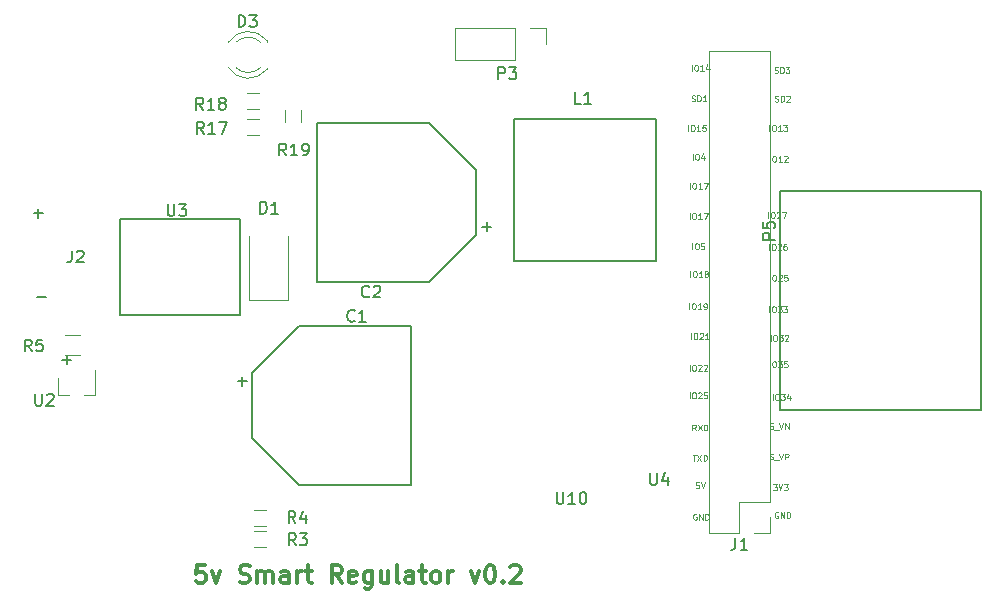
<source format=gbr>
G04 #@! TF.FileFunction,Legend,Top*
%FSLAX46Y46*%
G04 Gerber Fmt 4.6, Leading zero omitted, Abs format (unit mm)*
G04 Created by KiCad (PCBNEW 4.0.7-e2-6376~58~ubuntu17.04.1) date Tue Sep  5 17:29:24 2017*
%MOMM*%
%LPD*%
G01*
G04 APERTURE LIST*
%ADD10C,0.100000*%
%ADD11C,0.300000*%
%ADD12C,0.125000*%
%ADD13C,0.150000*%
%ADD14C,0.120000*%
G04 APERTURE END LIST*
D10*
D11*
X109123356Y-124359931D02*
X108409070Y-124359931D01*
X108337641Y-125074217D01*
X108409070Y-125002789D01*
X108551927Y-124931360D01*
X108909070Y-124931360D01*
X109051927Y-125002789D01*
X109123356Y-125074217D01*
X109194784Y-125217074D01*
X109194784Y-125574217D01*
X109123356Y-125717074D01*
X109051927Y-125788503D01*
X108909070Y-125859931D01*
X108551927Y-125859931D01*
X108409070Y-125788503D01*
X108337641Y-125717074D01*
X109694784Y-124859931D02*
X110051927Y-125859931D01*
X110409069Y-124859931D01*
X112051926Y-125788503D02*
X112266212Y-125859931D01*
X112623355Y-125859931D01*
X112766212Y-125788503D01*
X112837641Y-125717074D01*
X112909069Y-125574217D01*
X112909069Y-125431360D01*
X112837641Y-125288503D01*
X112766212Y-125217074D01*
X112623355Y-125145646D01*
X112337641Y-125074217D01*
X112194783Y-125002789D01*
X112123355Y-124931360D01*
X112051926Y-124788503D01*
X112051926Y-124645646D01*
X112123355Y-124502789D01*
X112194783Y-124431360D01*
X112337641Y-124359931D01*
X112694783Y-124359931D01*
X112909069Y-124431360D01*
X113551926Y-125859931D02*
X113551926Y-124859931D01*
X113551926Y-125002789D02*
X113623354Y-124931360D01*
X113766212Y-124859931D01*
X113980497Y-124859931D01*
X114123354Y-124931360D01*
X114194783Y-125074217D01*
X114194783Y-125859931D01*
X114194783Y-125074217D02*
X114266212Y-124931360D01*
X114409069Y-124859931D01*
X114623354Y-124859931D01*
X114766212Y-124931360D01*
X114837640Y-125074217D01*
X114837640Y-125859931D01*
X116194783Y-125859931D02*
X116194783Y-125074217D01*
X116123354Y-124931360D01*
X115980497Y-124859931D01*
X115694783Y-124859931D01*
X115551926Y-124931360D01*
X116194783Y-125788503D02*
X116051926Y-125859931D01*
X115694783Y-125859931D01*
X115551926Y-125788503D01*
X115480497Y-125645646D01*
X115480497Y-125502789D01*
X115551926Y-125359931D01*
X115694783Y-125288503D01*
X116051926Y-125288503D01*
X116194783Y-125217074D01*
X116909069Y-125859931D02*
X116909069Y-124859931D01*
X116909069Y-125145646D02*
X116980497Y-125002789D01*
X117051926Y-124931360D01*
X117194783Y-124859931D01*
X117337640Y-124859931D01*
X117623354Y-124859931D02*
X118194783Y-124859931D01*
X117837640Y-124359931D02*
X117837640Y-125645646D01*
X117909068Y-125788503D01*
X118051926Y-125859931D01*
X118194783Y-125859931D01*
X120694783Y-125859931D02*
X120194783Y-125145646D01*
X119837640Y-125859931D02*
X119837640Y-124359931D01*
X120409068Y-124359931D01*
X120551926Y-124431360D01*
X120623354Y-124502789D01*
X120694783Y-124645646D01*
X120694783Y-124859931D01*
X120623354Y-125002789D01*
X120551926Y-125074217D01*
X120409068Y-125145646D01*
X119837640Y-125145646D01*
X121909068Y-125788503D02*
X121766211Y-125859931D01*
X121480497Y-125859931D01*
X121337640Y-125788503D01*
X121266211Y-125645646D01*
X121266211Y-125074217D01*
X121337640Y-124931360D01*
X121480497Y-124859931D01*
X121766211Y-124859931D01*
X121909068Y-124931360D01*
X121980497Y-125074217D01*
X121980497Y-125217074D01*
X121266211Y-125359931D01*
X123266211Y-124859931D02*
X123266211Y-126074217D01*
X123194782Y-126217074D01*
X123123354Y-126288503D01*
X122980497Y-126359931D01*
X122766211Y-126359931D01*
X122623354Y-126288503D01*
X123266211Y-125788503D02*
X123123354Y-125859931D01*
X122837640Y-125859931D01*
X122694782Y-125788503D01*
X122623354Y-125717074D01*
X122551925Y-125574217D01*
X122551925Y-125145646D01*
X122623354Y-125002789D01*
X122694782Y-124931360D01*
X122837640Y-124859931D01*
X123123354Y-124859931D01*
X123266211Y-124931360D01*
X124623354Y-124859931D02*
X124623354Y-125859931D01*
X123980497Y-124859931D02*
X123980497Y-125645646D01*
X124051925Y-125788503D01*
X124194783Y-125859931D01*
X124409068Y-125859931D01*
X124551925Y-125788503D01*
X124623354Y-125717074D01*
X125551926Y-125859931D02*
X125409068Y-125788503D01*
X125337640Y-125645646D01*
X125337640Y-124359931D01*
X126766211Y-125859931D02*
X126766211Y-125074217D01*
X126694782Y-124931360D01*
X126551925Y-124859931D01*
X126266211Y-124859931D01*
X126123354Y-124931360D01*
X126766211Y-125788503D02*
X126623354Y-125859931D01*
X126266211Y-125859931D01*
X126123354Y-125788503D01*
X126051925Y-125645646D01*
X126051925Y-125502789D01*
X126123354Y-125359931D01*
X126266211Y-125288503D01*
X126623354Y-125288503D01*
X126766211Y-125217074D01*
X127266211Y-124859931D02*
X127837640Y-124859931D01*
X127480497Y-124359931D02*
X127480497Y-125645646D01*
X127551925Y-125788503D01*
X127694783Y-125859931D01*
X127837640Y-125859931D01*
X128551926Y-125859931D02*
X128409068Y-125788503D01*
X128337640Y-125717074D01*
X128266211Y-125574217D01*
X128266211Y-125145646D01*
X128337640Y-125002789D01*
X128409068Y-124931360D01*
X128551926Y-124859931D01*
X128766211Y-124859931D01*
X128909068Y-124931360D01*
X128980497Y-125002789D01*
X129051926Y-125145646D01*
X129051926Y-125574217D01*
X128980497Y-125717074D01*
X128909068Y-125788503D01*
X128766211Y-125859931D01*
X128551926Y-125859931D01*
X129694783Y-125859931D02*
X129694783Y-124859931D01*
X129694783Y-125145646D02*
X129766211Y-125002789D01*
X129837640Y-124931360D01*
X129980497Y-124859931D01*
X130123354Y-124859931D01*
X131623354Y-124859931D02*
X131980497Y-125859931D01*
X132337639Y-124859931D01*
X133194782Y-124359931D02*
X133337639Y-124359931D01*
X133480496Y-124431360D01*
X133551925Y-124502789D01*
X133623354Y-124645646D01*
X133694782Y-124931360D01*
X133694782Y-125288503D01*
X133623354Y-125574217D01*
X133551925Y-125717074D01*
X133480496Y-125788503D01*
X133337639Y-125859931D01*
X133194782Y-125859931D01*
X133051925Y-125788503D01*
X132980496Y-125717074D01*
X132909068Y-125574217D01*
X132837639Y-125288503D01*
X132837639Y-124931360D01*
X132909068Y-124645646D01*
X132980496Y-124502789D01*
X133051925Y-124431360D01*
X133194782Y-124359931D01*
X134337639Y-125717074D02*
X134409067Y-125788503D01*
X134337639Y-125859931D01*
X134266210Y-125788503D01*
X134337639Y-125717074D01*
X134337639Y-125859931D01*
X134980496Y-124502789D02*
X135051925Y-124431360D01*
X135194782Y-124359931D01*
X135551925Y-124359931D01*
X135694782Y-124431360D01*
X135766211Y-124502789D01*
X135837639Y-124645646D01*
X135837639Y-124788503D01*
X135766211Y-125002789D01*
X134909068Y-125859931D01*
X135837639Y-125859931D01*
D12*
X156929557Y-112800581D02*
X157000986Y-112824390D01*
X157120033Y-112824390D01*
X157167652Y-112800581D01*
X157191462Y-112776771D01*
X157215271Y-112729152D01*
X157215271Y-112681533D01*
X157191462Y-112633914D01*
X157167652Y-112610105D01*
X157120033Y-112586295D01*
X157024795Y-112562486D01*
X156977176Y-112538676D01*
X156953367Y-112514867D01*
X156929557Y-112467248D01*
X156929557Y-112419629D01*
X156953367Y-112372010D01*
X156977176Y-112348200D01*
X157024795Y-112324390D01*
X157143843Y-112324390D01*
X157215271Y-112348200D01*
X157310509Y-112872010D02*
X157691461Y-112872010D01*
X157739080Y-112324390D02*
X157905747Y-112824390D01*
X158072413Y-112324390D01*
X158239080Y-112824390D02*
X158239080Y-112324390D01*
X158524794Y-112824390D01*
X158524794Y-112324390D01*
X157336728Y-82660941D02*
X157408157Y-82684750D01*
X157527204Y-82684750D01*
X157574823Y-82660941D01*
X157598633Y-82637131D01*
X157622442Y-82589512D01*
X157622442Y-82541893D01*
X157598633Y-82494274D01*
X157574823Y-82470465D01*
X157527204Y-82446655D01*
X157431966Y-82422846D01*
X157384347Y-82399036D01*
X157360538Y-82375227D01*
X157336728Y-82327608D01*
X157336728Y-82279989D01*
X157360538Y-82232370D01*
X157384347Y-82208560D01*
X157431966Y-82184750D01*
X157551014Y-82184750D01*
X157622442Y-82208560D01*
X157836728Y-82684750D02*
X157836728Y-82184750D01*
X157955775Y-82184750D01*
X158027204Y-82208560D01*
X158074823Y-82256179D01*
X158098632Y-82303798D01*
X158122442Y-82399036D01*
X158122442Y-82470465D01*
X158098632Y-82565703D01*
X158074823Y-82613322D01*
X158027204Y-82660941D01*
X157955775Y-82684750D01*
X157836728Y-82684750D01*
X158289109Y-82184750D02*
X158598632Y-82184750D01*
X158431966Y-82375227D01*
X158503394Y-82375227D01*
X158551013Y-82399036D01*
X158574823Y-82422846D01*
X158598632Y-82470465D01*
X158598632Y-82589512D01*
X158574823Y-82637131D01*
X158551013Y-82660941D01*
X158503394Y-82684750D01*
X158360537Y-82684750D01*
X158312918Y-82660941D01*
X158289109Y-82637131D01*
X157372288Y-85079021D02*
X157443717Y-85102830D01*
X157562764Y-85102830D01*
X157610383Y-85079021D01*
X157634193Y-85055211D01*
X157658002Y-85007592D01*
X157658002Y-84959973D01*
X157634193Y-84912354D01*
X157610383Y-84888545D01*
X157562764Y-84864735D01*
X157467526Y-84840926D01*
X157419907Y-84817116D01*
X157396098Y-84793307D01*
X157372288Y-84745688D01*
X157372288Y-84698069D01*
X157396098Y-84650450D01*
X157419907Y-84626640D01*
X157467526Y-84602830D01*
X157586574Y-84602830D01*
X157658002Y-84626640D01*
X157872288Y-85102830D02*
X157872288Y-84602830D01*
X157991335Y-84602830D01*
X158062764Y-84626640D01*
X158110383Y-84674259D01*
X158134192Y-84721878D01*
X158158002Y-84817116D01*
X158158002Y-84888545D01*
X158134192Y-84983783D01*
X158110383Y-85031402D01*
X158062764Y-85079021D01*
X157991335Y-85102830D01*
X157872288Y-85102830D01*
X158348478Y-84650450D02*
X158372288Y-84626640D01*
X158419907Y-84602830D01*
X158538954Y-84602830D01*
X158586573Y-84626640D01*
X158610383Y-84650450D01*
X158634192Y-84698069D01*
X158634192Y-84745688D01*
X158610383Y-84817116D01*
X158324669Y-85102830D01*
X158634192Y-85102830D01*
X156904466Y-87586950D02*
X156904466Y-87086950D01*
X157237799Y-87086950D02*
X157333037Y-87086950D01*
X157380656Y-87110760D01*
X157428275Y-87158379D01*
X157452084Y-87253617D01*
X157452084Y-87420284D01*
X157428275Y-87515522D01*
X157380656Y-87563141D01*
X157333037Y-87586950D01*
X157237799Y-87586950D01*
X157190180Y-87563141D01*
X157142561Y-87515522D01*
X157118751Y-87420284D01*
X157118751Y-87253617D01*
X157142561Y-87158379D01*
X157190180Y-87110760D01*
X157237799Y-87086950D01*
X157928275Y-87586950D02*
X157642561Y-87586950D01*
X157785418Y-87586950D02*
X157785418Y-87086950D01*
X157737799Y-87158379D01*
X157690180Y-87205998D01*
X157642561Y-87229808D01*
X158094942Y-87086950D02*
X158404465Y-87086950D01*
X158237799Y-87277427D01*
X158309227Y-87277427D01*
X158356846Y-87301236D01*
X158380656Y-87325046D01*
X158404465Y-87372665D01*
X158404465Y-87491712D01*
X158380656Y-87539331D01*
X158356846Y-87563141D01*
X158309227Y-87586950D01*
X158166370Y-87586950D01*
X158118751Y-87563141D01*
X158094942Y-87539331D01*
X156940026Y-90203150D02*
X156940026Y-89703150D01*
X157273359Y-89703150D02*
X157368597Y-89703150D01*
X157416216Y-89726960D01*
X157463835Y-89774579D01*
X157487644Y-89869817D01*
X157487644Y-90036484D01*
X157463835Y-90131722D01*
X157416216Y-90179341D01*
X157368597Y-90203150D01*
X157273359Y-90203150D01*
X157225740Y-90179341D01*
X157178121Y-90131722D01*
X157154311Y-90036484D01*
X157154311Y-89869817D01*
X157178121Y-89774579D01*
X157225740Y-89726960D01*
X157273359Y-89703150D01*
X157963835Y-90203150D02*
X157678121Y-90203150D01*
X157820978Y-90203150D02*
X157820978Y-89703150D01*
X157773359Y-89774579D01*
X157725740Y-89822198D01*
X157678121Y-89846008D01*
X158154311Y-89750770D02*
X158178121Y-89726960D01*
X158225740Y-89703150D01*
X158344787Y-89703150D01*
X158392406Y-89726960D01*
X158416216Y-89750770D01*
X158440025Y-89798389D01*
X158440025Y-89846008D01*
X158416216Y-89917436D01*
X158130502Y-90203150D01*
X158440025Y-90203150D01*
X156807946Y-94973270D02*
X156807946Y-94473270D01*
X157141279Y-94473270D02*
X157236517Y-94473270D01*
X157284136Y-94497080D01*
X157331755Y-94544699D01*
X157355564Y-94639937D01*
X157355564Y-94806604D01*
X157331755Y-94901842D01*
X157284136Y-94949461D01*
X157236517Y-94973270D01*
X157141279Y-94973270D01*
X157093660Y-94949461D01*
X157046041Y-94901842D01*
X157022231Y-94806604D01*
X157022231Y-94639937D01*
X157046041Y-94544699D01*
X157093660Y-94497080D01*
X157141279Y-94473270D01*
X157546041Y-94520890D02*
X157569851Y-94497080D01*
X157617470Y-94473270D01*
X157736517Y-94473270D01*
X157784136Y-94497080D01*
X157807946Y-94520890D01*
X157831755Y-94568509D01*
X157831755Y-94616128D01*
X157807946Y-94687556D01*
X157522232Y-94973270D01*
X157831755Y-94973270D01*
X157998422Y-94473270D02*
X158331755Y-94473270D01*
X158117469Y-94973270D01*
X156873986Y-97655510D02*
X156873986Y-97155510D01*
X157207319Y-97155510D02*
X157302557Y-97155510D01*
X157350176Y-97179320D01*
X157397795Y-97226939D01*
X157421604Y-97322177D01*
X157421604Y-97488844D01*
X157397795Y-97584082D01*
X157350176Y-97631701D01*
X157302557Y-97655510D01*
X157207319Y-97655510D01*
X157159700Y-97631701D01*
X157112081Y-97584082D01*
X157088271Y-97488844D01*
X157088271Y-97322177D01*
X157112081Y-97226939D01*
X157159700Y-97179320D01*
X157207319Y-97155510D01*
X157612081Y-97203130D02*
X157635891Y-97179320D01*
X157683510Y-97155510D01*
X157802557Y-97155510D01*
X157850176Y-97179320D01*
X157873986Y-97203130D01*
X157897795Y-97250749D01*
X157897795Y-97298368D01*
X157873986Y-97369796D01*
X157588272Y-97655510D01*
X157897795Y-97655510D01*
X158326366Y-97155510D02*
X158231128Y-97155510D01*
X158183509Y-97179320D01*
X158159700Y-97203130D01*
X158112081Y-97274558D01*
X158088271Y-97369796D01*
X158088271Y-97560272D01*
X158112081Y-97607891D01*
X158135890Y-97631701D01*
X158183509Y-97655510D01*
X158278747Y-97655510D01*
X158326366Y-97631701D01*
X158350176Y-97607891D01*
X158373985Y-97560272D01*
X158373985Y-97441225D01*
X158350176Y-97393606D01*
X158326366Y-97369796D01*
X158278747Y-97345987D01*
X158183509Y-97345987D01*
X158135890Y-97369796D01*
X158112081Y-97393606D01*
X158088271Y-97441225D01*
X156940026Y-100271710D02*
X156940026Y-99771710D01*
X157273359Y-99771710D02*
X157368597Y-99771710D01*
X157416216Y-99795520D01*
X157463835Y-99843139D01*
X157487644Y-99938377D01*
X157487644Y-100105044D01*
X157463835Y-100200282D01*
X157416216Y-100247901D01*
X157368597Y-100271710D01*
X157273359Y-100271710D01*
X157225740Y-100247901D01*
X157178121Y-100200282D01*
X157154311Y-100105044D01*
X157154311Y-99938377D01*
X157178121Y-99843139D01*
X157225740Y-99795520D01*
X157273359Y-99771710D01*
X157678121Y-99819330D02*
X157701931Y-99795520D01*
X157749550Y-99771710D01*
X157868597Y-99771710D01*
X157916216Y-99795520D01*
X157940026Y-99819330D01*
X157963835Y-99866949D01*
X157963835Y-99914568D01*
X157940026Y-99985996D01*
X157654312Y-100271710D01*
X157963835Y-100271710D01*
X158416216Y-99771710D02*
X158178121Y-99771710D01*
X158154311Y-100009806D01*
X158178121Y-99985996D01*
X158225740Y-99962187D01*
X158344787Y-99962187D01*
X158392406Y-99985996D01*
X158416216Y-100009806D01*
X158440025Y-100057425D01*
X158440025Y-100176472D01*
X158416216Y-100224091D01*
X158392406Y-100247901D01*
X158344787Y-100271710D01*
X158225740Y-100271710D01*
X158178121Y-100247901D01*
X158154311Y-100224091D01*
X156904466Y-102948870D02*
X156904466Y-102448870D01*
X157237799Y-102448870D02*
X157333037Y-102448870D01*
X157380656Y-102472680D01*
X157428275Y-102520299D01*
X157452084Y-102615537D01*
X157452084Y-102782204D01*
X157428275Y-102877442D01*
X157380656Y-102925061D01*
X157333037Y-102948870D01*
X157237799Y-102948870D01*
X157190180Y-102925061D01*
X157142561Y-102877442D01*
X157118751Y-102782204D01*
X157118751Y-102615537D01*
X157142561Y-102520299D01*
X157190180Y-102472680D01*
X157237799Y-102448870D01*
X157618752Y-102448870D02*
X157928275Y-102448870D01*
X157761609Y-102639347D01*
X157833037Y-102639347D01*
X157880656Y-102663156D01*
X157904466Y-102686966D01*
X157928275Y-102734585D01*
X157928275Y-102853632D01*
X157904466Y-102901251D01*
X157880656Y-102925061D01*
X157833037Y-102948870D01*
X157690180Y-102948870D01*
X157642561Y-102925061D01*
X157618752Y-102901251D01*
X158094942Y-102448870D02*
X158404465Y-102448870D01*
X158237799Y-102639347D01*
X158309227Y-102639347D01*
X158356846Y-102663156D01*
X158380656Y-102686966D01*
X158404465Y-102734585D01*
X158404465Y-102853632D01*
X158380656Y-102901251D01*
X158356846Y-102925061D01*
X158309227Y-102948870D01*
X158166370Y-102948870D01*
X158118751Y-102925061D01*
X158094942Y-102901251D01*
X157000986Y-105366950D02*
X157000986Y-104866950D01*
X157334319Y-104866950D02*
X157429557Y-104866950D01*
X157477176Y-104890760D01*
X157524795Y-104938379D01*
X157548604Y-105033617D01*
X157548604Y-105200284D01*
X157524795Y-105295522D01*
X157477176Y-105343141D01*
X157429557Y-105366950D01*
X157334319Y-105366950D01*
X157286700Y-105343141D01*
X157239081Y-105295522D01*
X157215271Y-105200284D01*
X157215271Y-105033617D01*
X157239081Y-104938379D01*
X157286700Y-104890760D01*
X157334319Y-104866950D01*
X157715272Y-104866950D02*
X158024795Y-104866950D01*
X157858129Y-105057427D01*
X157929557Y-105057427D01*
X157977176Y-105081236D01*
X158000986Y-105105046D01*
X158024795Y-105152665D01*
X158024795Y-105271712D01*
X158000986Y-105319331D01*
X157977176Y-105343141D01*
X157929557Y-105366950D01*
X157786700Y-105366950D01*
X157739081Y-105343141D01*
X157715272Y-105319331D01*
X158215271Y-104914570D02*
X158239081Y-104890760D01*
X158286700Y-104866950D01*
X158405747Y-104866950D01*
X158453366Y-104890760D01*
X158477176Y-104914570D01*
X158500985Y-104962189D01*
X158500985Y-105009808D01*
X158477176Y-105081236D01*
X158191462Y-105366950D01*
X158500985Y-105366950D01*
X156940026Y-107591990D02*
X156940026Y-107091990D01*
X157273359Y-107091990D02*
X157368597Y-107091990D01*
X157416216Y-107115800D01*
X157463835Y-107163419D01*
X157487644Y-107258657D01*
X157487644Y-107425324D01*
X157463835Y-107520562D01*
X157416216Y-107568181D01*
X157368597Y-107591990D01*
X157273359Y-107591990D01*
X157225740Y-107568181D01*
X157178121Y-107520562D01*
X157154311Y-107425324D01*
X157154311Y-107258657D01*
X157178121Y-107163419D01*
X157225740Y-107115800D01*
X157273359Y-107091990D01*
X157654312Y-107091990D02*
X157963835Y-107091990D01*
X157797169Y-107282467D01*
X157868597Y-107282467D01*
X157916216Y-107306276D01*
X157940026Y-107330086D01*
X157963835Y-107377705D01*
X157963835Y-107496752D01*
X157940026Y-107544371D01*
X157916216Y-107568181D01*
X157868597Y-107591990D01*
X157725740Y-107591990D01*
X157678121Y-107568181D01*
X157654312Y-107544371D01*
X158416216Y-107091990D02*
X158178121Y-107091990D01*
X158154311Y-107330086D01*
X158178121Y-107306276D01*
X158225740Y-107282467D01*
X158344787Y-107282467D01*
X158392406Y-107306276D01*
X158416216Y-107330086D01*
X158440025Y-107377705D01*
X158440025Y-107496752D01*
X158416216Y-107544371D01*
X158392406Y-107568181D01*
X158344787Y-107591990D01*
X158225740Y-107591990D01*
X158178121Y-107568181D01*
X158154311Y-107544371D01*
X157168626Y-110370750D02*
X157168626Y-109870750D01*
X157501959Y-109870750D02*
X157597197Y-109870750D01*
X157644816Y-109894560D01*
X157692435Y-109942179D01*
X157716244Y-110037417D01*
X157716244Y-110204084D01*
X157692435Y-110299322D01*
X157644816Y-110346941D01*
X157597197Y-110370750D01*
X157501959Y-110370750D01*
X157454340Y-110346941D01*
X157406721Y-110299322D01*
X157382911Y-110204084D01*
X157382911Y-110037417D01*
X157406721Y-109942179D01*
X157454340Y-109894560D01*
X157501959Y-109870750D01*
X157882912Y-109870750D02*
X158192435Y-109870750D01*
X158025769Y-110061227D01*
X158097197Y-110061227D01*
X158144816Y-110085036D01*
X158168626Y-110108846D01*
X158192435Y-110156465D01*
X158192435Y-110275512D01*
X158168626Y-110323131D01*
X158144816Y-110346941D01*
X158097197Y-110370750D01*
X157954340Y-110370750D01*
X157906721Y-110346941D01*
X157882912Y-110323131D01*
X158621006Y-110037417D02*
X158621006Y-110370750D01*
X158501959Y-109846941D02*
X158382911Y-110204084D01*
X158692435Y-110204084D01*
X156941462Y-115381221D02*
X157012891Y-115405030D01*
X157131938Y-115405030D01*
X157179557Y-115381221D01*
X157203367Y-115357411D01*
X157227176Y-115309792D01*
X157227176Y-115262173D01*
X157203367Y-115214554D01*
X157179557Y-115190745D01*
X157131938Y-115166935D01*
X157036700Y-115143126D01*
X156989081Y-115119316D01*
X156965272Y-115095507D01*
X156941462Y-115047888D01*
X156941462Y-115000269D01*
X156965272Y-114952650D01*
X156989081Y-114928840D01*
X157036700Y-114905030D01*
X157155748Y-114905030D01*
X157227176Y-114928840D01*
X157322414Y-115452650D02*
X157703366Y-115452650D01*
X157750985Y-114905030D02*
X157917652Y-115405030D01*
X158084318Y-114905030D01*
X158250985Y-115405030D02*
X158250985Y-114905030D01*
X158441461Y-114905030D01*
X158489080Y-114928840D01*
X158512889Y-114952650D01*
X158536699Y-115000269D01*
X158536699Y-115071697D01*
X158512889Y-115119316D01*
X158489080Y-115143126D01*
X158441461Y-115166935D01*
X158250985Y-115166935D01*
X157221634Y-117521230D02*
X157531157Y-117521230D01*
X157364491Y-117711707D01*
X157435919Y-117711707D01*
X157483538Y-117735516D01*
X157507348Y-117759326D01*
X157531157Y-117806945D01*
X157531157Y-117925992D01*
X157507348Y-117973611D01*
X157483538Y-117997421D01*
X157435919Y-118021230D01*
X157293062Y-118021230D01*
X157245443Y-117997421D01*
X157221634Y-117973611D01*
X157674014Y-117521230D02*
X157840681Y-118021230D01*
X158007347Y-117521230D01*
X158126395Y-117521230D02*
X158435918Y-117521230D01*
X158269252Y-117711707D01*
X158340680Y-117711707D01*
X158388299Y-117735516D01*
X158412109Y-117759326D01*
X158435918Y-117806945D01*
X158435918Y-117925992D01*
X158412109Y-117973611D01*
X158388299Y-117997421D01*
X158340680Y-118021230D01*
X158197823Y-118021230D01*
X158150204Y-117997421D01*
X158126395Y-117973611D01*
X157622287Y-119897080D02*
X157574668Y-119873270D01*
X157503240Y-119873270D01*
X157431811Y-119897080D01*
X157384192Y-119944699D01*
X157360383Y-119992318D01*
X157336573Y-120087556D01*
X157336573Y-120158985D01*
X157360383Y-120254223D01*
X157384192Y-120301842D01*
X157431811Y-120349461D01*
X157503240Y-120373270D01*
X157550859Y-120373270D01*
X157622287Y-120349461D01*
X157646097Y-120325651D01*
X157646097Y-120158985D01*
X157550859Y-120158985D01*
X157860383Y-120373270D02*
X157860383Y-119873270D01*
X158146097Y-120373270D01*
X158146097Y-119873270D01*
X158384193Y-120373270D02*
X158384193Y-119873270D01*
X158503240Y-119873270D01*
X158574669Y-119897080D01*
X158622288Y-119944699D01*
X158646097Y-119992318D01*
X158669907Y-120087556D01*
X158669907Y-120158985D01*
X158646097Y-120254223D01*
X158622288Y-120301842D01*
X158574669Y-120349461D01*
X158503240Y-120373270D01*
X158384193Y-120373270D01*
X150723647Y-120029160D02*
X150676028Y-120005350D01*
X150604600Y-120005350D01*
X150533171Y-120029160D01*
X150485552Y-120076779D01*
X150461743Y-120124398D01*
X150437933Y-120219636D01*
X150437933Y-120291065D01*
X150461743Y-120386303D01*
X150485552Y-120433922D01*
X150533171Y-120481541D01*
X150604600Y-120505350D01*
X150652219Y-120505350D01*
X150723647Y-120481541D01*
X150747457Y-120457731D01*
X150747457Y-120291065D01*
X150652219Y-120291065D01*
X150961743Y-120505350D02*
X150961743Y-120005350D01*
X151247457Y-120505350D01*
X151247457Y-120005350D01*
X151485553Y-120505350D02*
X151485553Y-120005350D01*
X151604600Y-120005350D01*
X151676029Y-120029160D01*
X151723648Y-120076779D01*
X151747457Y-120124398D01*
X151771267Y-120219636D01*
X151771267Y-120291065D01*
X151747457Y-120386303D01*
X151723648Y-120433922D01*
X151676029Y-120481541D01*
X151604600Y-120505350D01*
X151485553Y-120505350D01*
X150912843Y-117358670D02*
X150674748Y-117358670D01*
X150650938Y-117596766D01*
X150674748Y-117572956D01*
X150722367Y-117549147D01*
X150841414Y-117549147D01*
X150889033Y-117572956D01*
X150912843Y-117596766D01*
X150936652Y-117644385D01*
X150936652Y-117763432D01*
X150912843Y-117811051D01*
X150889033Y-117834861D01*
X150841414Y-117858670D01*
X150722367Y-117858670D01*
X150674748Y-117834861D01*
X150650938Y-117811051D01*
X151079509Y-117358670D02*
X151246176Y-117858670D01*
X151412842Y-117358670D01*
X150407608Y-115001550D02*
X150693322Y-115001550D01*
X150550465Y-115501550D02*
X150550465Y-115001550D01*
X150812370Y-115001550D02*
X151145703Y-115501550D01*
X151145703Y-115001550D02*
X150812370Y-115501550D01*
X151336179Y-115501550D02*
X151336179Y-115001550D01*
X151455226Y-115001550D01*
X151526655Y-115025360D01*
X151574274Y-115072979D01*
X151598083Y-115120598D01*
X151621893Y-115215836D01*
X151621893Y-115287265D01*
X151598083Y-115382503D01*
X151574274Y-115430122D01*
X151526655Y-115477741D01*
X151455226Y-115501550D01*
X151336179Y-115501550D01*
X150674747Y-112951390D02*
X150508080Y-112713295D01*
X150389033Y-112951390D02*
X150389033Y-112451390D01*
X150579509Y-112451390D01*
X150627128Y-112475200D01*
X150650937Y-112499010D01*
X150674747Y-112546629D01*
X150674747Y-112618057D01*
X150650937Y-112665676D01*
X150627128Y-112689486D01*
X150579509Y-112713295D01*
X150389033Y-112713295D01*
X150841414Y-112451390D02*
X151174747Y-112951390D01*
X151174747Y-112451390D02*
X150841414Y-112951390D01*
X151365223Y-112951390D02*
X151365223Y-112451390D01*
X151484270Y-112451390D01*
X151555699Y-112475200D01*
X151603318Y-112522819D01*
X151627127Y-112570438D01*
X151650937Y-112665676D01*
X151650937Y-112737105D01*
X151627127Y-112832343D01*
X151603318Y-112879962D01*
X151555699Y-112927581D01*
X151484270Y-112951390D01*
X151365223Y-112951390D01*
X150137906Y-110238670D02*
X150137906Y-109738670D01*
X150471239Y-109738670D02*
X150566477Y-109738670D01*
X150614096Y-109762480D01*
X150661715Y-109810099D01*
X150685524Y-109905337D01*
X150685524Y-110072004D01*
X150661715Y-110167242D01*
X150614096Y-110214861D01*
X150566477Y-110238670D01*
X150471239Y-110238670D01*
X150423620Y-110214861D01*
X150376001Y-110167242D01*
X150352191Y-110072004D01*
X150352191Y-109905337D01*
X150376001Y-109810099D01*
X150423620Y-109762480D01*
X150471239Y-109738670D01*
X150876001Y-109786290D02*
X150899811Y-109762480D01*
X150947430Y-109738670D01*
X151066477Y-109738670D01*
X151114096Y-109762480D01*
X151137906Y-109786290D01*
X151161715Y-109833909D01*
X151161715Y-109881528D01*
X151137906Y-109952956D01*
X150852192Y-110238670D01*
X151161715Y-110238670D01*
X151614096Y-109738670D02*
X151376001Y-109738670D01*
X151352191Y-109976766D01*
X151376001Y-109952956D01*
X151423620Y-109929147D01*
X151542667Y-109929147D01*
X151590286Y-109952956D01*
X151614096Y-109976766D01*
X151637905Y-110024385D01*
X151637905Y-110143432D01*
X151614096Y-110191051D01*
X151590286Y-110214861D01*
X151542667Y-110238670D01*
X151423620Y-110238670D01*
X151376001Y-110214861D01*
X151352191Y-110191051D01*
X150137906Y-107881550D02*
X150137906Y-107381550D01*
X150471239Y-107381550D02*
X150566477Y-107381550D01*
X150614096Y-107405360D01*
X150661715Y-107452979D01*
X150685524Y-107548217D01*
X150685524Y-107714884D01*
X150661715Y-107810122D01*
X150614096Y-107857741D01*
X150566477Y-107881550D01*
X150471239Y-107881550D01*
X150423620Y-107857741D01*
X150376001Y-107810122D01*
X150352191Y-107714884D01*
X150352191Y-107548217D01*
X150376001Y-107452979D01*
X150423620Y-107405360D01*
X150471239Y-107381550D01*
X150876001Y-107429170D02*
X150899811Y-107405360D01*
X150947430Y-107381550D01*
X151066477Y-107381550D01*
X151114096Y-107405360D01*
X151137906Y-107429170D01*
X151161715Y-107476789D01*
X151161715Y-107524408D01*
X151137906Y-107595836D01*
X150852192Y-107881550D01*
X151161715Y-107881550D01*
X151352191Y-107429170D02*
X151376001Y-107405360D01*
X151423620Y-107381550D01*
X151542667Y-107381550D01*
X151590286Y-107405360D01*
X151614096Y-107429170D01*
X151637905Y-107476789D01*
X151637905Y-107524408D01*
X151614096Y-107595836D01*
X151328382Y-107881550D01*
X151637905Y-107881550D01*
X150264906Y-105209470D02*
X150264906Y-104709470D01*
X150598239Y-104709470D02*
X150693477Y-104709470D01*
X150741096Y-104733280D01*
X150788715Y-104780899D01*
X150812524Y-104876137D01*
X150812524Y-105042804D01*
X150788715Y-105138042D01*
X150741096Y-105185661D01*
X150693477Y-105209470D01*
X150598239Y-105209470D01*
X150550620Y-105185661D01*
X150503001Y-105138042D01*
X150479191Y-105042804D01*
X150479191Y-104876137D01*
X150503001Y-104780899D01*
X150550620Y-104733280D01*
X150598239Y-104709470D01*
X151003001Y-104757090D02*
X151026811Y-104733280D01*
X151074430Y-104709470D01*
X151193477Y-104709470D01*
X151241096Y-104733280D01*
X151264906Y-104757090D01*
X151288715Y-104804709D01*
X151288715Y-104852328D01*
X151264906Y-104923756D01*
X150979192Y-105209470D01*
X151288715Y-105209470D01*
X151764905Y-105209470D02*
X151479191Y-105209470D01*
X151622048Y-105209470D02*
X151622048Y-104709470D01*
X151574429Y-104780899D01*
X151526810Y-104828518D01*
X151479191Y-104852328D01*
X150107426Y-102694870D02*
X150107426Y-102194870D01*
X150440759Y-102194870D02*
X150535997Y-102194870D01*
X150583616Y-102218680D01*
X150631235Y-102266299D01*
X150655044Y-102361537D01*
X150655044Y-102528204D01*
X150631235Y-102623442D01*
X150583616Y-102671061D01*
X150535997Y-102694870D01*
X150440759Y-102694870D01*
X150393140Y-102671061D01*
X150345521Y-102623442D01*
X150321711Y-102528204D01*
X150321711Y-102361537D01*
X150345521Y-102266299D01*
X150393140Y-102218680D01*
X150440759Y-102194870D01*
X151131235Y-102694870D02*
X150845521Y-102694870D01*
X150988378Y-102694870D02*
X150988378Y-102194870D01*
X150940759Y-102266299D01*
X150893140Y-102313918D01*
X150845521Y-102337728D01*
X151369330Y-102694870D02*
X151464568Y-102694870D01*
X151512187Y-102671061D01*
X151535997Y-102647251D01*
X151583616Y-102575823D01*
X151607425Y-102480585D01*
X151607425Y-102290109D01*
X151583616Y-102242490D01*
X151559806Y-102218680D01*
X151512187Y-102194870D01*
X151416949Y-102194870D01*
X151369330Y-102218680D01*
X151345521Y-102242490D01*
X151321711Y-102290109D01*
X151321711Y-102409156D01*
X151345521Y-102456775D01*
X151369330Y-102480585D01*
X151416949Y-102504394D01*
X151512187Y-102504394D01*
X151559806Y-102480585D01*
X151583616Y-102456775D01*
X151607425Y-102409156D01*
X150203946Y-99961830D02*
X150203946Y-99461830D01*
X150537279Y-99461830D02*
X150632517Y-99461830D01*
X150680136Y-99485640D01*
X150727755Y-99533259D01*
X150751564Y-99628497D01*
X150751564Y-99795164D01*
X150727755Y-99890402D01*
X150680136Y-99938021D01*
X150632517Y-99961830D01*
X150537279Y-99961830D01*
X150489660Y-99938021D01*
X150442041Y-99890402D01*
X150418231Y-99795164D01*
X150418231Y-99628497D01*
X150442041Y-99533259D01*
X150489660Y-99485640D01*
X150537279Y-99461830D01*
X151227755Y-99961830D02*
X150942041Y-99961830D01*
X151084898Y-99961830D02*
X151084898Y-99461830D01*
X151037279Y-99533259D01*
X150989660Y-99580878D01*
X150942041Y-99604688D01*
X151513469Y-99676116D02*
X151465850Y-99652307D01*
X151442041Y-99628497D01*
X151418231Y-99580878D01*
X151418231Y-99557069D01*
X151442041Y-99509450D01*
X151465850Y-99485640D01*
X151513469Y-99461830D01*
X151608707Y-99461830D01*
X151656326Y-99485640D01*
X151680136Y-99509450D01*
X151703945Y-99557069D01*
X151703945Y-99580878D01*
X151680136Y-99628497D01*
X151656326Y-99652307D01*
X151608707Y-99676116D01*
X151513469Y-99676116D01*
X151465850Y-99699926D01*
X151442041Y-99723735D01*
X151418231Y-99771354D01*
X151418231Y-99866592D01*
X151442041Y-99914211D01*
X151465850Y-99938021D01*
X151513469Y-99961830D01*
X151608707Y-99961830D01*
X151656326Y-99938021D01*
X151680136Y-99914211D01*
X151703945Y-99866592D01*
X151703945Y-99771354D01*
X151680136Y-99723735D01*
X151656326Y-99699926D01*
X151608707Y-99676116D01*
X150376001Y-97604710D02*
X150376001Y-97104710D01*
X150709334Y-97104710D02*
X150804572Y-97104710D01*
X150852191Y-97128520D01*
X150899810Y-97176139D01*
X150923619Y-97271377D01*
X150923619Y-97438044D01*
X150899810Y-97533282D01*
X150852191Y-97580901D01*
X150804572Y-97604710D01*
X150709334Y-97604710D01*
X150661715Y-97580901D01*
X150614096Y-97533282D01*
X150590286Y-97438044D01*
X150590286Y-97271377D01*
X150614096Y-97176139D01*
X150661715Y-97128520D01*
X150709334Y-97104710D01*
X151376001Y-97104710D02*
X151137906Y-97104710D01*
X151114096Y-97342806D01*
X151137906Y-97318996D01*
X151185525Y-97295187D01*
X151304572Y-97295187D01*
X151352191Y-97318996D01*
X151376001Y-97342806D01*
X151399810Y-97390425D01*
X151399810Y-97509472D01*
X151376001Y-97557091D01*
X151352191Y-97580901D01*
X151304572Y-97604710D01*
X151185525Y-97604710D01*
X151137906Y-97580901D01*
X151114096Y-97557091D01*
X150137906Y-95054550D02*
X150137906Y-94554550D01*
X150471239Y-94554550D02*
X150566477Y-94554550D01*
X150614096Y-94578360D01*
X150661715Y-94625979D01*
X150685524Y-94721217D01*
X150685524Y-94887884D01*
X150661715Y-94983122D01*
X150614096Y-95030741D01*
X150566477Y-95054550D01*
X150471239Y-95054550D01*
X150423620Y-95030741D01*
X150376001Y-94983122D01*
X150352191Y-94887884D01*
X150352191Y-94721217D01*
X150376001Y-94625979D01*
X150423620Y-94578360D01*
X150471239Y-94554550D01*
X151161715Y-95054550D02*
X150876001Y-95054550D01*
X151018858Y-95054550D02*
X151018858Y-94554550D01*
X150971239Y-94625979D01*
X150923620Y-94673598D01*
X150876001Y-94697408D01*
X151328382Y-94554550D02*
X151661715Y-94554550D01*
X151447429Y-95054550D01*
X150168386Y-92478990D02*
X150168386Y-91978990D01*
X150501719Y-91978990D02*
X150596957Y-91978990D01*
X150644576Y-92002800D01*
X150692195Y-92050419D01*
X150716004Y-92145657D01*
X150716004Y-92312324D01*
X150692195Y-92407562D01*
X150644576Y-92455181D01*
X150596957Y-92478990D01*
X150501719Y-92478990D01*
X150454100Y-92455181D01*
X150406481Y-92407562D01*
X150382671Y-92312324D01*
X150382671Y-92145657D01*
X150406481Y-92050419D01*
X150454100Y-92002800D01*
X150501719Y-91978990D01*
X151192195Y-92478990D02*
X150906481Y-92478990D01*
X151049338Y-92478990D02*
X151049338Y-91978990D01*
X151001719Y-92050419D01*
X150954100Y-92098038D01*
X150906481Y-92121848D01*
X151358862Y-91978990D02*
X151692195Y-91978990D01*
X151477909Y-92478990D01*
X150406481Y-90025350D02*
X150406481Y-89525350D01*
X150739814Y-89525350D02*
X150835052Y-89525350D01*
X150882671Y-89549160D01*
X150930290Y-89596779D01*
X150954099Y-89692017D01*
X150954099Y-89858684D01*
X150930290Y-89953922D01*
X150882671Y-90001541D01*
X150835052Y-90025350D01*
X150739814Y-90025350D01*
X150692195Y-90001541D01*
X150644576Y-89953922D01*
X150620766Y-89858684D01*
X150620766Y-89692017D01*
X150644576Y-89596779D01*
X150692195Y-89549160D01*
X150739814Y-89525350D01*
X151382671Y-89692017D02*
X151382671Y-90025350D01*
X151263624Y-89501541D02*
X151144576Y-89858684D01*
X151454100Y-89858684D01*
X150325866Y-82481550D02*
X150325866Y-81981550D01*
X150659199Y-81981550D02*
X150754437Y-81981550D01*
X150802056Y-82005360D01*
X150849675Y-82052979D01*
X150873484Y-82148217D01*
X150873484Y-82314884D01*
X150849675Y-82410122D01*
X150802056Y-82457741D01*
X150754437Y-82481550D01*
X150659199Y-82481550D01*
X150611580Y-82457741D01*
X150563961Y-82410122D01*
X150540151Y-82314884D01*
X150540151Y-82148217D01*
X150563961Y-82052979D01*
X150611580Y-82005360D01*
X150659199Y-81981550D01*
X151349675Y-82481550D02*
X151063961Y-82481550D01*
X151206818Y-82481550D02*
X151206818Y-81981550D01*
X151159199Y-82052979D01*
X151111580Y-82100598D01*
X151063961Y-82124408D01*
X151778246Y-82148217D02*
X151778246Y-82481550D01*
X151659199Y-81957741D02*
X151540151Y-82314884D01*
X151849675Y-82314884D01*
X150311088Y-85063781D02*
X150382517Y-85087590D01*
X150501564Y-85087590D01*
X150549183Y-85063781D01*
X150572993Y-85039971D01*
X150596802Y-84992352D01*
X150596802Y-84944733D01*
X150572993Y-84897114D01*
X150549183Y-84873305D01*
X150501564Y-84849495D01*
X150406326Y-84825686D01*
X150358707Y-84801876D01*
X150334898Y-84778067D01*
X150311088Y-84730448D01*
X150311088Y-84682829D01*
X150334898Y-84635210D01*
X150358707Y-84611400D01*
X150406326Y-84587590D01*
X150525374Y-84587590D01*
X150596802Y-84611400D01*
X150811088Y-85087590D02*
X150811088Y-84587590D01*
X150930135Y-84587590D01*
X151001564Y-84611400D01*
X151049183Y-84659019D01*
X151072992Y-84706638D01*
X151096802Y-84801876D01*
X151096802Y-84873305D01*
X151072992Y-84968543D01*
X151049183Y-85016162D01*
X151001564Y-85063781D01*
X150930135Y-85087590D01*
X150811088Y-85087590D01*
X151572992Y-85087590D02*
X151287278Y-85087590D01*
X151430135Y-85087590D02*
X151430135Y-84587590D01*
X151382516Y-84659019D01*
X151334897Y-84706638D01*
X151287278Y-84730448D01*
X150015986Y-87602190D02*
X150015986Y-87102190D01*
X150349319Y-87102190D02*
X150444557Y-87102190D01*
X150492176Y-87126000D01*
X150539795Y-87173619D01*
X150563604Y-87268857D01*
X150563604Y-87435524D01*
X150539795Y-87530762D01*
X150492176Y-87578381D01*
X150444557Y-87602190D01*
X150349319Y-87602190D01*
X150301700Y-87578381D01*
X150254081Y-87530762D01*
X150230271Y-87435524D01*
X150230271Y-87268857D01*
X150254081Y-87173619D01*
X150301700Y-87126000D01*
X150349319Y-87102190D01*
X151039795Y-87602190D02*
X150754081Y-87602190D01*
X150896938Y-87602190D02*
X150896938Y-87102190D01*
X150849319Y-87173619D01*
X150801700Y-87221238D01*
X150754081Y-87245048D01*
X151492176Y-87102190D02*
X151254081Y-87102190D01*
X151230271Y-87340286D01*
X151254081Y-87316476D01*
X151301700Y-87292667D01*
X151420747Y-87292667D01*
X151468366Y-87316476D01*
X151492176Y-87340286D01*
X151515985Y-87387905D01*
X151515985Y-87506952D01*
X151492176Y-87554571D01*
X151468366Y-87578381D01*
X151420747Y-87602190D01*
X151301700Y-87602190D01*
X151254081Y-87578381D01*
X151230271Y-87554571D01*
D13*
X113067960Y-113605760D02*
X117067960Y-117605760D01*
X113067960Y-108105760D02*
X113067960Y-113605760D01*
X117067960Y-104105760D02*
X113067960Y-108105760D01*
X126567960Y-117605760D02*
X117067960Y-117605760D01*
X126567960Y-104105760D02*
X126567960Y-117605760D01*
X117067960Y-104105760D02*
X126567960Y-104105760D01*
X147261960Y-98607640D02*
X147261960Y-86607640D01*
X135261960Y-98607640D02*
X147261960Y-98607640D01*
X135261960Y-86607640D02*
X135261960Y-98607640D01*
X147261960Y-86607640D02*
X135261960Y-86607640D01*
D14*
X130242000Y-78920000D02*
X130242000Y-81580000D01*
X135382000Y-78920000D02*
X130242000Y-78920000D01*
X135382000Y-81580000D02*
X130242000Y-81580000D01*
X135382000Y-78920000D02*
X135382000Y-81580000D01*
X136652000Y-78920000D02*
X137982000Y-78920000D01*
X137982000Y-78920000D02*
X137982000Y-80250000D01*
X96670000Y-109985000D02*
X97600000Y-109985000D01*
X99830000Y-109985000D02*
X98900000Y-109985000D01*
X99830000Y-109985000D02*
X99830000Y-107825000D01*
X96670000Y-109985000D02*
X96670000Y-108525000D01*
D13*
X112070000Y-103190000D02*
X112070000Y-95040000D01*
X101920000Y-103190000D02*
X112070000Y-103190000D01*
X101920000Y-95040000D02*
X101920000Y-103190000D01*
X112070000Y-95040000D02*
X101920000Y-95040000D01*
D14*
X112850000Y-101930000D02*
X116150000Y-101930000D01*
X116150000Y-101930000D02*
X116150000Y-96530000D01*
X112850000Y-101930000D02*
X112850000Y-96530000D01*
X111103665Y-82231608D02*
G75*
G03X114336000Y-82388516I1672335J1078608D01*
G01*
X111103665Y-80074392D02*
G75*
G02X114336000Y-79917484I1672335J-1078608D01*
G01*
X111734870Y-82232837D02*
G75*
G03X113816961Y-82233000I1041130J1079837D01*
G01*
X111734870Y-80073163D02*
G75*
G02X113816961Y-80073000I1041130J-1079837D01*
G01*
X114336000Y-82389000D02*
X114336000Y-82233000D01*
X114336000Y-80073000D02*
X114336000Y-79917000D01*
X113292000Y-121494000D02*
X114292000Y-121494000D01*
X114292000Y-122854000D02*
X113292000Y-122854000D01*
X113292000Y-119716000D02*
X114292000Y-119716000D01*
X114292000Y-121076000D02*
X113292000Y-121076000D01*
X98500000Y-106605000D02*
X97300000Y-106605000D01*
X97300000Y-104845000D02*
X98500000Y-104845000D01*
X113657000Y-87929000D02*
X112657000Y-87929000D01*
X112657000Y-86569000D02*
X113657000Y-86569000D01*
X113657000Y-85770000D02*
X112657000Y-85770000D01*
X112657000Y-84410000D02*
X113657000Y-84410000D01*
X115906000Y-86860000D02*
X115906000Y-85860000D01*
X117266000Y-85860000D02*
X117266000Y-86860000D01*
D13*
X174800000Y-92700000D02*
X157800000Y-92700000D01*
X174800000Y-111200000D02*
X174800000Y-92700000D01*
X157800000Y-111200000D02*
X174800000Y-111200000D01*
X157800000Y-92700000D02*
X157800000Y-111200000D01*
X132068800Y-90925200D02*
X128068800Y-86925200D01*
X132068800Y-96425200D02*
X132068800Y-90925200D01*
X128068800Y-100425200D02*
X132068800Y-96425200D01*
X118568800Y-86925200D02*
X128068800Y-86925200D01*
X118568800Y-100425200D02*
X118568800Y-86925200D01*
X128068800Y-100425200D02*
X118568800Y-100425200D01*
D14*
X156960880Y-80833920D02*
X151760880Y-80833920D01*
X156960880Y-118993920D02*
X156960880Y-80833920D01*
X151760880Y-121593920D02*
X151760880Y-80833920D01*
X156960880Y-118993920D02*
X154360880Y-118993920D01*
X154360880Y-118993920D02*
X154360880Y-121593920D01*
X154360880Y-121593920D02*
X151760880Y-121593920D01*
X156960880Y-120263920D02*
X156960880Y-121593920D01*
X156960880Y-121593920D02*
X155630880Y-121593920D01*
D13*
X121781294Y-103652903D02*
X121733675Y-103700522D01*
X121590818Y-103748141D01*
X121495580Y-103748141D01*
X121352722Y-103700522D01*
X121257484Y-103605284D01*
X121209865Y-103510046D01*
X121162246Y-103319570D01*
X121162246Y-103176712D01*
X121209865Y-102986236D01*
X121257484Y-102890998D01*
X121352722Y-102795760D01*
X121495580Y-102748141D01*
X121590818Y-102748141D01*
X121733675Y-102795760D01*
X121781294Y-102843379D01*
X122733675Y-103748141D02*
X122162246Y-103748141D01*
X122447960Y-103748141D02*
X122447960Y-102748141D01*
X122352722Y-102890998D01*
X122257484Y-102986236D01*
X122162246Y-103033855D01*
X112289389Y-109186712D02*
X112289389Y-108424807D01*
X112670341Y-108805759D02*
X111908436Y-108805759D01*
X140935294Y-85286021D02*
X140459103Y-85286021D01*
X140459103Y-84286021D01*
X141792437Y-85286021D02*
X141221008Y-85286021D01*
X141506722Y-85286021D02*
X141506722Y-84286021D01*
X141411484Y-84428878D01*
X141316246Y-84524116D01*
X141221008Y-84571735D01*
X133963905Y-83202381D02*
X133963905Y-82202381D01*
X134344858Y-82202381D01*
X134440096Y-82250000D01*
X134487715Y-82297619D01*
X134535334Y-82392857D01*
X134535334Y-82535714D01*
X134487715Y-82630952D01*
X134440096Y-82678571D01*
X134344858Y-82726190D01*
X133963905Y-82726190D01*
X134868667Y-82202381D02*
X135487715Y-82202381D01*
X135154381Y-82583333D01*
X135297239Y-82583333D01*
X135392477Y-82630952D01*
X135440096Y-82678571D01*
X135487715Y-82773810D01*
X135487715Y-83011905D01*
X135440096Y-83107143D01*
X135392477Y-83154762D01*
X135297239Y-83202381D01*
X135011524Y-83202381D01*
X134916286Y-83154762D01*
X134868667Y-83107143D01*
X94738095Y-109852381D02*
X94738095Y-110661905D01*
X94785714Y-110757143D01*
X94833333Y-110804762D01*
X94928571Y-110852381D01*
X95119048Y-110852381D01*
X95214286Y-110804762D01*
X95261905Y-110757143D01*
X95309524Y-110661905D01*
X95309524Y-109852381D01*
X95738095Y-109947619D02*
X95785714Y-109900000D01*
X95880952Y-109852381D01*
X96119048Y-109852381D01*
X96214286Y-109900000D01*
X96261905Y-109947619D01*
X96309524Y-110042857D01*
X96309524Y-110138095D01*
X96261905Y-110280952D01*
X95690476Y-110852381D01*
X96309524Y-110852381D01*
X97421429Y-107355952D02*
X97421429Y-106594047D01*
X97802381Y-106974999D02*
X97040476Y-106974999D01*
X105948095Y-93782381D02*
X105948095Y-94591905D01*
X105995714Y-94687143D01*
X106043333Y-94734762D01*
X106138571Y-94782381D01*
X106329048Y-94782381D01*
X106424286Y-94734762D01*
X106471905Y-94687143D01*
X106519524Y-94591905D01*
X106519524Y-93782381D01*
X106900476Y-93782381D02*
X107519524Y-93782381D01*
X107186190Y-94163333D01*
X107329048Y-94163333D01*
X107424286Y-94210952D01*
X107471905Y-94258571D01*
X107519524Y-94353810D01*
X107519524Y-94591905D01*
X107471905Y-94687143D01*
X107424286Y-94734762D01*
X107329048Y-94782381D01*
X107043333Y-94782381D01*
X106948095Y-94734762D01*
X106900476Y-94687143D01*
X113791905Y-94592381D02*
X113791905Y-93592381D01*
X114030000Y-93592381D01*
X114172858Y-93640000D01*
X114268096Y-93735238D01*
X114315715Y-93830476D01*
X114363334Y-94020952D01*
X114363334Y-94163810D01*
X114315715Y-94354286D01*
X114268096Y-94449524D01*
X114172858Y-94544762D01*
X114030000Y-94592381D01*
X113791905Y-94592381D01*
X115315715Y-94592381D02*
X114744286Y-94592381D01*
X115030000Y-94592381D02*
X115030000Y-93592381D01*
X114934762Y-93735238D01*
X114839524Y-93830476D01*
X114744286Y-93878095D01*
X111961705Y-78785981D02*
X111961705Y-77785981D01*
X112199800Y-77785981D01*
X112342658Y-77833600D01*
X112437896Y-77928838D01*
X112485515Y-78024076D01*
X112533134Y-78214552D01*
X112533134Y-78357410D01*
X112485515Y-78547886D01*
X112437896Y-78643124D01*
X112342658Y-78738362D01*
X112199800Y-78785981D01*
X111961705Y-78785981D01*
X112866467Y-77785981D02*
X113485515Y-77785981D01*
X113152181Y-78166933D01*
X113295039Y-78166933D01*
X113390277Y-78214552D01*
X113437896Y-78262171D01*
X113485515Y-78357410D01*
X113485515Y-78595505D01*
X113437896Y-78690743D01*
X113390277Y-78738362D01*
X113295039Y-78785981D01*
X113009324Y-78785981D01*
X112914086Y-78738362D01*
X112866467Y-78690743D01*
X116800334Y-122676381D02*
X116467000Y-122200190D01*
X116228905Y-122676381D02*
X116228905Y-121676381D01*
X116609858Y-121676381D01*
X116705096Y-121724000D01*
X116752715Y-121771619D01*
X116800334Y-121866857D01*
X116800334Y-122009714D01*
X116752715Y-122104952D01*
X116705096Y-122152571D01*
X116609858Y-122200190D01*
X116228905Y-122200190D01*
X117133667Y-121676381D02*
X117752715Y-121676381D01*
X117419381Y-122057333D01*
X117562239Y-122057333D01*
X117657477Y-122104952D01*
X117705096Y-122152571D01*
X117752715Y-122247810D01*
X117752715Y-122485905D01*
X117705096Y-122581143D01*
X117657477Y-122628762D01*
X117562239Y-122676381D01*
X117276524Y-122676381D01*
X117181286Y-122628762D01*
X117133667Y-122581143D01*
X116775334Y-120798381D02*
X116442000Y-120322190D01*
X116203905Y-120798381D02*
X116203905Y-119798381D01*
X116584858Y-119798381D01*
X116680096Y-119846000D01*
X116727715Y-119893619D01*
X116775334Y-119988857D01*
X116775334Y-120131714D01*
X116727715Y-120226952D01*
X116680096Y-120274571D01*
X116584858Y-120322190D01*
X116203905Y-120322190D01*
X117632477Y-120131714D02*
X117632477Y-120798381D01*
X117394381Y-119750762D02*
X117156286Y-120465048D01*
X117775334Y-120465048D01*
X94433334Y-106252381D02*
X94100000Y-105776190D01*
X93861905Y-106252381D02*
X93861905Y-105252381D01*
X94242858Y-105252381D01*
X94338096Y-105300000D01*
X94385715Y-105347619D01*
X94433334Y-105442857D01*
X94433334Y-105585714D01*
X94385715Y-105680952D01*
X94338096Y-105728571D01*
X94242858Y-105776190D01*
X93861905Y-105776190D01*
X95338096Y-105252381D02*
X94861905Y-105252381D01*
X94814286Y-105728571D01*
X94861905Y-105680952D01*
X94957143Y-105633333D01*
X95195239Y-105633333D01*
X95290477Y-105680952D01*
X95338096Y-105728571D01*
X95385715Y-105823810D01*
X95385715Y-106061905D01*
X95338096Y-106157143D01*
X95290477Y-106204762D01*
X95195239Y-106252381D01*
X94957143Y-106252381D01*
X94861905Y-106204762D01*
X94814286Y-106157143D01*
X109001143Y-87828381D02*
X108667809Y-87352190D01*
X108429714Y-87828381D02*
X108429714Y-86828381D01*
X108810667Y-86828381D01*
X108905905Y-86876000D01*
X108953524Y-86923619D01*
X109001143Y-87018857D01*
X109001143Y-87161714D01*
X108953524Y-87256952D01*
X108905905Y-87304571D01*
X108810667Y-87352190D01*
X108429714Y-87352190D01*
X109953524Y-87828381D02*
X109382095Y-87828381D01*
X109667809Y-87828381D02*
X109667809Y-86828381D01*
X109572571Y-86971238D01*
X109477333Y-87066476D01*
X109382095Y-87114095D01*
X110286857Y-86828381D02*
X110953524Y-86828381D01*
X110524952Y-87828381D01*
X108958143Y-85796381D02*
X108624809Y-85320190D01*
X108386714Y-85796381D02*
X108386714Y-84796381D01*
X108767667Y-84796381D01*
X108862905Y-84844000D01*
X108910524Y-84891619D01*
X108958143Y-84986857D01*
X108958143Y-85129714D01*
X108910524Y-85224952D01*
X108862905Y-85272571D01*
X108767667Y-85320190D01*
X108386714Y-85320190D01*
X109910524Y-85796381D02*
X109339095Y-85796381D01*
X109624809Y-85796381D02*
X109624809Y-84796381D01*
X109529571Y-84939238D01*
X109434333Y-85034476D01*
X109339095Y-85082095D01*
X110481952Y-85224952D02*
X110386714Y-85177333D01*
X110339095Y-85129714D01*
X110291476Y-85034476D01*
X110291476Y-84986857D01*
X110339095Y-84891619D01*
X110386714Y-84844000D01*
X110481952Y-84796381D01*
X110672429Y-84796381D01*
X110767667Y-84844000D01*
X110815286Y-84891619D01*
X110862905Y-84986857D01*
X110862905Y-85034476D01*
X110815286Y-85129714D01*
X110767667Y-85177333D01*
X110672429Y-85224952D01*
X110481952Y-85224952D01*
X110386714Y-85272571D01*
X110339095Y-85320190D01*
X110291476Y-85415429D01*
X110291476Y-85605905D01*
X110339095Y-85701143D01*
X110386714Y-85748762D01*
X110481952Y-85796381D01*
X110672429Y-85796381D01*
X110767667Y-85748762D01*
X110815286Y-85701143D01*
X110862905Y-85605905D01*
X110862905Y-85415429D01*
X110815286Y-85320190D01*
X110767667Y-85272571D01*
X110672429Y-85224952D01*
X115993943Y-89657181D02*
X115660609Y-89180990D01*
X115422514Y-89657181D02*
X115422514Y-88657181D01*
X115803467Y-88657181D01*
X115898705Y-88704800D01*
X115946324Y-88752419D01*
X115993943Y-88847657D01*
X115993943Y-88990514D01*
X115946324Y-89085752D01*
X115898705Y-89133371D01*
X115803467Y-89180990D01*
X115422514Y-89180990D01*
X116946324Y-89657181D02*
X116374895Y-89657181D01*
X116660609Y-89657181D02*
X116660609Y-88657181D01*
X116565371Y-88800038D01*
X116470133Y-88895276D01*
X116374895Y-88942895D01*
X117422514Y-89657181D02*
X117612990Y-89657181D01*
X117708229Y-89609562D01*
X117755848Y-89561943D01*
X117851086Y-89419086D01*
X117898705Y-89228610D01*
X117898705Y-88847657D01*
X117851086Y-88752419D01*
X117803467Y-88704800D01*
X117708229Y-88657181D01*
X117517752Y-88657181D01*
X117422514Y-88704800D01*
X117374895Y-88752419D01*
X117327276Y-88847657D01*
X117327276Y-89085752D01*
X117374895Y-89180990D01*
X117422514Y-89228610D01*
X117517752Y-89276229D01*
X117708229Y-89276229D01*
X117803467Y-89228610D01*
X117851086Y-89180990D01*
X117898705Y-89085752D01*
X138886905Y-118177381D02*
X138886905Y-118986905D01*
X138934524Y-119082143D01*
X138982143Y-119129762D01*
X139077381Y-119177381D01*
X139267858Y-119177381D01*
X139363096Y-119129762D01*
X139410715Y-119082143D01*
X139458334Y-118986905D01*
X139458334Y-118177381D01*
X140458334Y-119177381D02*
X139886905Y-119177381D01*
X140172619Y-119177381D02*
X140172619Y-118177381D01*
X140077381Y-118320238D01*
X139982143Y-118415476D01*
X139886905Y-118463095D01*
X141077381Y-118177381D02*
X141172620Y-118177381D01*
X141267858Y-118225000D01*
X141315477Y-118272619D01*
X141363096Y-118367857D01*
X141410715Y-118558333D01*
X141410715Y-118796429D01*
X141363096Y-118986905D01*
X141315477Y-119082143D01*
X141267858Y-119129762D01*
X141172620Y-119177381D01*
X141077381Y-119177381D01*
X140982143Y-119129762D01*
X140934524Y-119082143D01*
X140886905Y-118986905D01*
X140839286Y-118796429D01*
X140839286Y-118558333D01*
X140886905Y-118367857D01*
X140934524Y-118272619D01*
X140982143Y-118225000D01*
X141077381Y-118177381D01*
X146813095Y-116552381D02*
X146813095Y-117361905D01*
X146860714Y-117457143D01*
X146908333Y-117504762D01*
X147003571Y-117552381D01*
X147194048Y-117552381D01*
X147289286Y-117504762D01*
X147336905Y-117457143D01*
X147384524Y-117361905D01*
X147384524Y-116552381D01*
X148289286Y-116885714D02*
X148289286Y-117552381D01*
X148051190Y-116504762D02*
X147813095Y-117219048D01*
X148432143Y-117219048D01*
X157352381Y-96788095D02*
X156352381Y-96788095D01*
X156352381Y-96407142D01*
X156400000Y-96311904D01*
X156447619Y-96264285D01*
X156542857Y-96216666D01*
X156685714Y-96216666D01*
X156780952Y-96264285D01*
X156828571Y-96311904D01*
X156876190Y-96407142D01*
X156876190Y-96788095D01*
X156352381Y-95311904D02*
X156352381Y-95788095D01*
X156828571Y-95835714D01*
X156780952Y-95788095D01*
X156733333Y-95692857D01*
X156733333Y-95454761D01*
X156780952Y-95359523D01*
X156828571Y-95311904D01*
X156923810Y-95264285D01*
X157161905Y-95264285D01*
X157257143Y-95311904D01*
X157304762Y-95359523D01*
X157352381Y-95454761D01*
X157352381Y-95692857D01*
X157304762Y-95788095D01*
X157257143Y-95835714D01*
X97840667Y-97730381D02*
X97840667Y-98444667D01*
X97793047Y-98587524D01*
X97697809Y-98682762D01*
X97554952Y-98730381D01*
X97459714Y-98730381D01*
X98269238Y-97825619D02*
X98316857Y-97778000D01*
X98412095Y-97730381D01*
X98650191Y-97730381D01*
X98745429Y-97778000D01*
X98793048Y-97825619D01*
X98840667Y-97920857D01*
X98840667Y-98016095D01*
X98793048Y-98158952D01*
X98221619Y-98730381D01*
X98840667Y-98730381D01*
X94615048Y-94559429D02*
X95376953Y-94559429D01*
X94996001Y-94940381D02*
X94996001Y-94178476D01*
X94869048Y-101671429D02*
X95630953Y-101671429D01*
X123022134Y-101592343D02*
X122974515Y-101639962D01*
X122831658Y-101687581D01*
X122736420Y-101687581D01*
X122593562Y-101639962D01*
X122498324Y-101544724D01*
X122450705Y-101449486D01*
X122403086Y-101259010D01*
X122403086Y-101116152D01*
X122450705Y-100925676D01*
X122498324Y-100830438D01*
X122593562Y-100735200D01*
X122736420Y-100687581D01*
X122831658Y-100687581D01*
X122974515Y-100735200D01*
X123022134Y-100782819D01*
X123403086Y-100782819D02*
X123450705Y-100735200D01*
X123545943Y-100687581D01*
X123784039Y-100687581D01*
X123879277Y-100735200D01*
X123926896Y-100782819D01*
X123974515Y-100878057D01*
X123974515Y-100973295D01*
X123926896Y-101116152D01*
X123355467Y-101687581D01*
X123974515Y-101687581D01*
X132990229Y-96106152D02*
X132990229Y-95344247D01*
X133371181Y-95725199D02*
X132609276Y-95725199D01*
X154027547Y-122046301D02*
X154027547Y-122760587D01*
X153979927Y-122903444D01*
X153884689Y-122998682D01*
X153741832Y-123046301D01*
X153646594Y-123046301D01*
X155027547Y-123046301D02*
X154456118Y-123046301D01*
X154741832Y-123046301D02*
X154741832Y-122046301D01*
X154646594Y-122189158D01*
X154551356Y-122284396D01*
X154456118Y-122332015D01*
M02*

</source>
